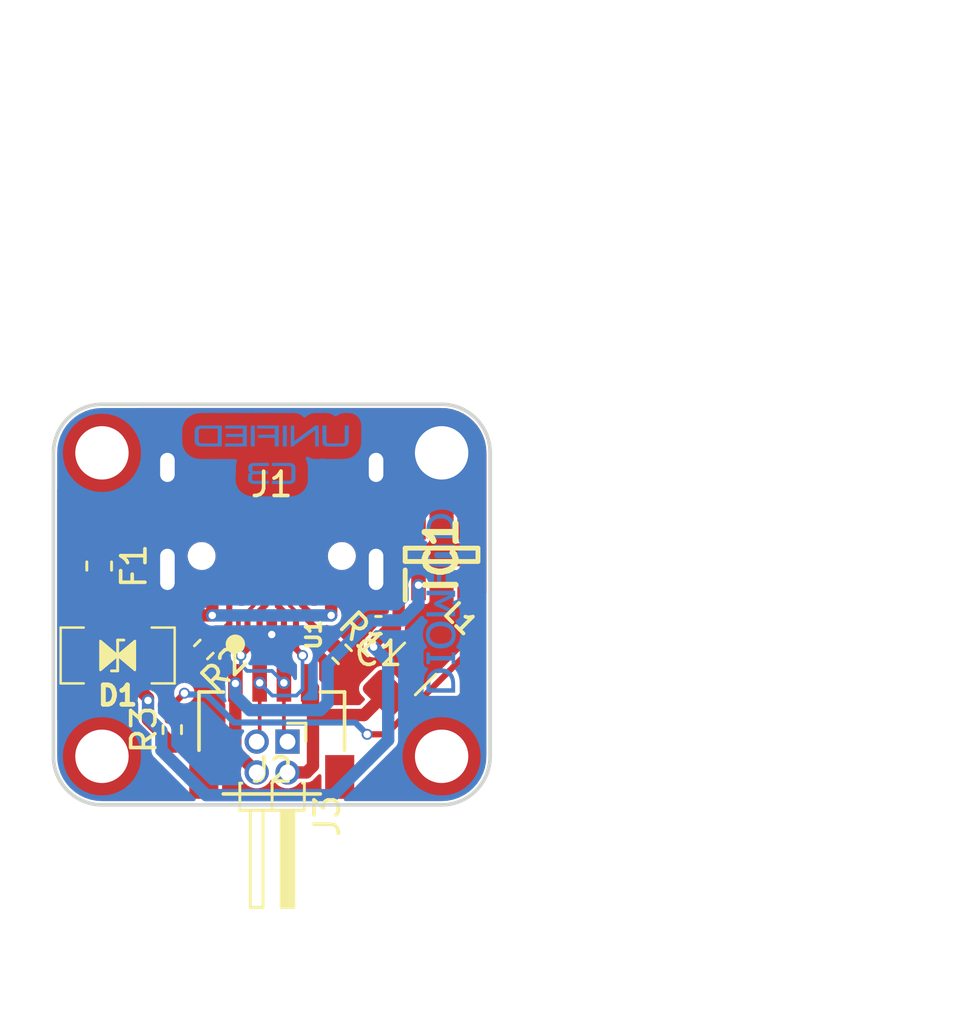
<source format=kicad_pcb>
(kicad_pcb (version 20211014) (generator pcbnew)
  (title_block (title "Unified Daughterboard") (date "2020-03-22") (rev "C3") (company "Designed by the keyboard community"))
  (layers (0 "F.Cu" signal) (31 "B.Cu" signal) (34 "B.Paste" user) (35 "F.Paste" user) (36 "B.SilkS" user "B.Silkscreen") (37 "F.SilkS" user "F.Silkscreen") (38 "B.Mask" user) (39 "F.Mask" user) (44 "Edge.Cuts" user))
  (net 0 "")
  (net 1 "GND")
  (net 2 "VCC")
  (net 3 "GNDPWR")
  (net 4 "Net-(J1-PadA5)")
  (net 5 "DA+")
  (net 6 "Net-(J1-PadB5)")
  (net 7 "Net-(IC1-Pad3)")
  (net 8 "DA-")
  (net 9 "VBUS")
  (net 13 "VCCQ")
  (footprint "acheron_Components:USON-10_2.5x1.0mm_P0.5mm" (layer "F.Cu") (at 75.0025 66.0264 90)
    (fp_text reference "U1")
    (fp_text value "TPD4E05U06DQAR")
  )
  (footprint "random-keyboard-parts:Generic-Mounthole" (layer "F.Cu") (at 82.0045 58.543)
    (fp_text reference "MH2" hide)
    (fp_text value "Mount-M2" hide)
  )
  (footprint "random-keyboard-parts:Generic-Mounthole" (layer "F.Cu") (at 68.0045 58.543)
    (fp_text reference "MH1")
    (fp_text value "Mount-M2" hide)
  )
  (footprint "acheron_Components:D_SOD-123_Bidirectional" (layer "F.Cu") (at 68.6525 66.89 180)
    (fp_text reference "D1")
    (fp_text value "SMF9.0CA")
  )
  (footprint "random-keyboard-parts:Generic-Mounthole" (layer "F.Cu") (at 82.0045 71.043)
    (fp_text reference "MH4" hide)
    (fp_text value "Mount-M2" hide)
  )
  (footprint "Resistor_SMD:R_0402_1005Metric_Pad0.72x0.64mm_HandSolder" (layer "F.Cu") (at 70.9025 69.943 90)
    (fp_text reference "R3")
    (fp_text value "100k")
  )
  (footprint "acheron_Connectors:TYPE-C-31-M-12" (layer "F.Cu") (at 75.0025 64.843 180)
    (fp_text reference "J1")
    (fp_text value "TYPE-C-31-M12_13")
  )
  (footprint "random-keyboard-parts:JST-SR-4" (layer "F.Cu") (at 75.0045 72.793)
    (fp_text reference "J2")
    (fp_text value "SM04B-SRSS-TB(LF)(SN)")
  )
  (footprint "random-keyboard-parts:Generic-Mounthole" (layer "F.Cu") (at 68.0045 71.043)
    (fp_text reference "MH3" hide)
    (fp_text value "Mount-M2" hide)
  )
  (footprint "Resistor_SMD:R_0402_1005Metric_Pad0.72x0.64mm_HandSolder" (layer "F.Cu") (at 77.9025 66.843 -45)
    (fp_text reference "R1")
    (fp_text value "5.1k")
  )
  (footprint "Connector_PinHeader_1.27mm:PinHeader_2x02_P1.27mm_Horizontal" (layer "F.Cu") (at 75.6525 70.438 -90)
    (fp_text reference "J3")
    (fp_text value "Conn_02x02_Odd_Even")
  )
  (footprint "Resistor_SMD:R_0402_1005Metric_Pad0.72x0.64mm_HandSolder" (layer "F.Cu") (at 72.2025 66.643 -135)
    (fp_text reference "R2")
    (fp_text value "5.1k")
  )
  (footprint "SamacSys_Parts:SOT95P275X110-5N" (layer "F.Cu") (at 82.0025 62.743 90)
    (fp_text reference "IC1")
    (fp_text value "NCP380LSN05AAT1G" hide)
  )
  (footprint "Fuse:Fuse_0603_1608Metric_Pad1.05x0.95mm_HandSolder" (layer "F.Cu") (at 67.8905 63.207 -90)
    (fp_text reference "F1")
    (fp_text value "ASMD1206-150")
  )
  (footprint "Capacitor_SMD:C_0402_1005Metric_Pad0.74x0.62mm_HandSolder" (layer "F.Cu") (at 79.4025 65.643 180)
    (fp_text reference "C1")
    (fp_text value "1u")
  )
  (footprint "Inductor_SMD:L_1206_3216Metric" (layer "F.Cu") (at 80.7025 67.443 45)
    (fp_text reference "L1")
    (fp_text value "60R@100MHz")
  )
  (footprint "Unified-Daughterboard-Logo:Unified-Daughterboard-Name.pretty" (layer "B.Cu") (at 75.0025 58.62 180)
    (fp_text reference "G2" hide)
    (fp_text value "Unified-Daughterboard-Name" hide)
  )
  (gr_poly (pts (xy 81.990916 61.071361) (xy 82.011406 61.072133) (xy 82.031538 61.07342) (xy 82.051314 61.075222) (xy 82.070732 61.077538) (xy 82.089792 61.080369) (xy 82.108496 61.083715) (xy 82.126842 61.087575) (xy 82.144831 61.09195) (xy 82.162462 61.096841) (xy 82.179736 61.102245) (xy 82.196653 61.108165) (xy 82.213213 61.114599) (xy 82.229415 61.121548) (xy 82.24526 61.129012) (xy 82.260748 61.136991) (xy 82.275866 61.14543) (xy 82.290603 61.154275) (xy 82.304958 61.163525) (xy 82.318932 61.173181) (xy 82.332524 61.183243) (xy 82.345734 61.19371) (xy 82.358564 61.204584) (xy 82.371011 61.215863) (xy 82.383077 61.227547) (xy 82.394762 61.239638) (xy 82.406065 61.252134) (xy 82.416987 61.265036) (xy 82.427527 61.278343) (xy 82.437686 61.292057) (xy 82.447463 61.306176) (xy 82.456859 61.320701) (xy 82.462115 61.329445) (xy 82.467227 61.338432) (xy 82.477013 61.357133) (xy 82.486218 61.376802) (xy 82.494842 61.39744) (xy 82.502884 61.419047) (xy 82.510345 61.441623) (xy 82.517225 61.465168) (xy 82.523523 61.489682) (xy 82.529337 61.515577) (xy 82.534375 61.543651) (xy 82.538638 61.573906) (xy 82.542126 61.606341) (xy 82.544839 61.640956) (xy 82.546777 61.677751) (xy 82.547939 61.716727) (xy 82.548327 61.757882) (xy 82.548327 62.046237) (xy 81.394138 62.046237) (xy 81.394138 61.892759) (xy 81.525909 61.892759) (xy 82.41655 61.892759) (xy 82.41655 61.748582) (xy 82.416308 61.722311) (xy 82.415581 61.696986) (xy 82.41437 61.672605) (xy 82.412675 61.649169) (xy 82.410495 61.626678) (xy 82.40783 61.605131) (xy 82.404681 61.584529) (xy 82.401048 61.564872) (xy 82.399114 61.555313) (xy 82.396991 61.545821) (xy 82.394681 61.536395) (xy 82.392183 61.527036) (xy 82.389498 61.517743) (xy 82.386624 61.508517) (xy 82.383563 61.499358) (xy 82.380314 61.490265) (xy 82.376877 61.481239) (xy 82.373253 61.47228) (xy 82.36944 61.463387) (xy 82.36544 61.45456) (xy 82.361253 61.445801) (xy 82.356877 61.437107) (xy 82.352314 61.428481) (xy 82.347563 61.419921) (xy 82.340723 61.408379) (xy 82.333574 61.3972) (xy 82.326116 61.386384) (xy 82.318349 61.375931) (xy 82.310274 61.365842) (xy 82.30189 61.356117) (xy 82.293196 61.346754) (xy 82.284194 61.337755) (xy 82.274884 61.32912) (xy 82.265264 61.320847) (xy 82.255335 61.312938) (xy 82.245098 61.305393) (xy 82.234552 61.298211) (xy 82.223697 61.291392) (xy 82.212533 61.284936) (xy 82.20106 61.278844) (xy 82.189267 61.273118) (xy 82.17714 61.267762) (xy 82.16468 61.262775) (xy 82.151888 61.258157) (xy 82.138762 61.253909) (xy 82.125303 61.25003) (xy 82.111511 61.246521) (xy 82.097386 61.243381) (xy 82.082927 61.24061) (xy 82.068136 61.238209) (xy 82.053012 61.236177) (xy 82.037554 61.234515) (xy 82.021764 61.233222) (xy 82.00564 61.232298) (xy 81.989184 61.231744) (xy 81.972394 61.231559) (xy 81.972394 61.23156) (xy 81.95571 61.23173) (xy 81.939378 61.232239) (xy 81.923397 61.233086) (xy 81.907767 61.234273) (xy 81.892488 61.2358) (xy 81.87756 61.237665) (xy 81.862984 61.239869) (xy 81.848759 61.242413) (xy 81.834885 61.245295) (xy 81.821363 61.248517) (xy 81.808191 61.252078) (xy 81.795371 61.255978) (xy 81.782902 61.260217) (xy 81.770784 61.264795) (xy 81.759018 61.269712) (xy 81.747602 61.274969) (xy 81.736499 61.280468) (xy 81.725668 61.286305) (xy 81.71511 61.292482) (xy 81.704824 61.298998) (xy 81.694811 61.305853) (xy 81.68507 61.313048) (xy 81.675602 61.320581) (xy 81.666406 61.328453) (xy 81.657483 61.336665) (xy 81.648832 61.345216) (xy 81.640453 61.354106) (xy 81.632348 61.363335) (xy 81.624514 61.372903) (xy 81.616953 61.382811) (xy 81.609665 61.393057) (xy 81.602649 61.403643) (xy 81.597235 61.412321) (xy 81.592039 61.421108) (xy 81.587061 61.430004) (xy 81.582302 61.439009) (xy 81.57776 61.448122) (xy 81.573436 61.457345) (xy 81.56933 61.466677) (xy 81.565442 61.476118) (xy 81.561772 61.485668) (xy 81.55832 61.495327) (xy 81.555086 61.505095) (xy 81.55207 61.514972) (xy 81.549273 61.524958) (xy 81.546693 61.535053) (xy 81.544331 61.545257) (xy 81.542187 61.55557) (xy 81.538373 61.57656) (xy 81.535066 61.598445) (xy 81.532268 61.621228) (xy 81.529979 61.644906) (xy 81.528199 61.669481) (xy 81.526927 61.694951) (xy 81.526164 61.721318) (xy 81.525909 61.748582) (xy 81.525909 61.892759) (xy 81.394138 61.892759) (xy 81.394138 61.754782) (xy 81.394477 61.716025) (xy 81.395494 61.679206) (xy 81.39719 61.644325) (xy 81.399564 61.611381) (xy 81.402616 61.580376) (xy 81.406347 61.551308) (xy 81.410755 61.524178) (xy 81.415842 61.498986) (xy 81.418661 61.48685) (xy 81.421692 61.474859) (xy 81.424934 61.463014) (xy 81.428389 61.451314) (xy 81.432056 61.439759) (xy 81.435934 61.42835) (xy 81.440025 61.417086) (xy 81.444328 61.405968) (xy 81.448842 61.394994) (xy 81.453569 61.384167) (xy 81.458507 61.373484) (xy 81.463658 61.362947) (xy 81.46902 61.352555) (xy 81.474595 61.342309) (xy 81.480381 61.332208) (xy 81.486379 61.322252) (xy 81.49542 61.308188) (xy 81.50491 61.29448) (xy 81.514847 61.28113) (xy 81.525233 61.268137) (xy 81.536066 61.255502) (xy 81.547348 61.243224) (xy 81.559078 61.231303) (xy 81.571257 61.219739) (xy 81.583883 61.208533) (xy 81.596958 61.197683) (xy 81.61048 61.187192) (xy 81.624451 61.177057) (xy 81.63887 61.16728) (xy 81.653737 61.15786) (xy 81.669052 61.148798) (xy 81.684815 61.140092) (xy 81.700918 61.131739) (xy 81.71725 61.123924) (xy 81.733813 61.116648) (xy 81.750605 61.109911) (xy 81.767628 61.103713) (xy 81.784881 61.098054) (xy 81.802364 61.092934) (xy 81.820077 61.088353) (xy 81.838021 61.084311) (xy 81.856194 61.080807) (xy 81.874598 61.077843) (xy 81.893232 61.075418) (xy 81.912096 61.073532) (xy 81.93119 61.072184) (xy 81.950514 61.071376) (xy 81.970068 61.071106) (xy 81.970068 61.071104)) (layer "B.Cu") (width 0.03) (fill solid))
  (gr_poly (pts (xy 82.548322 62.492708) (xy 81.846042 62.492708) (xy 81.825344 62.492914) (xy 81.805493 62.493532) (xy 81.78649 62.494562) (xy 81.768334 62.496004) (xy 81.751027 62.497859) (xy 81.734567 62.500125) (xy 81.718955 62.502803) (xy 81.70419 62.505893) (xy 81.697166 62.507513) (xy 81.690238 62.509272) (xy 81.683407 62.511171) (xy 81.676673 62.513209) (xy 81.670036 62.515386) (xy 81.663496 62.517702) (xy 81.657053 62.520158) (xy 81.650706 62.522753) (xy 81.644456 62.525487) (xy 81.638304 62.52836) (xy 81.632248 62.531373) (xy 81.626289 62.534525) (xy 81.620427 62.537816) (xy 81.614662 62.541247) (xy 81.608994 62.544817) (xy 81.603423 62.548526) (xy 81.597128 62.552977) (xy 81.591033 62.55761) (xy 81.585137 62.562424) (xy 81.579442 62.56742) (xy 81.573946 62.572598) (xy 81.56865 62.577957) (xy 81.563555 62.583498) (xy 81.558658 62.589221) (xy 81.553962 62.595125) (xy 81.549466 62.601211) (xy 81.545169 62.607479) (xy 81.541072 62.613929) (xy 81.537175 62.62056) (xy 81.533478 62.627373) (xy 81.529981 62.634367) (xy 81.526683 62.641543) (xy 81.523679 62.648907) (xy 81.520869 62.656465) (xy 81.518253 62.664217) (xy 81.515831 62.672162) (xy 81.513602 62.680301) (xy 81.511567 62.688634) (xy 81.509726 62.69716) (xy 81.508079 62.705881) (xy 81.506625 62.714795) (xy 81.505365 62.723903) (xy 81.504299 62.733205) (xy 81.503427 62.7427) (xy 81.502749 62.75239) (xy 81.502264 62.762273) (xy 81.501877 62.78262) (xy 81.501977 62.7928) (xy 81.502276 62.802798) (xy 81.502776 62.812614) (xy 81.503475 62.822249) (xy 81.504375 62.831702) (xy 81.505474 62.840973) (xy 81.506773 62.850063) (xy 81.508271 62.858971) (xy 81.50997 62.867697) (xy 81.511869 62.876242) (xy 81.513967 62.884605) (xy 81.516265 62.892786) (xy 81.518763 62.900786) (xy 81.521461 62.908604) (xy 81.524359 62.916241) (xy 81.527457 62.923695) (xy 81.530751 62.930868) (xy 81.534239 62.937854) (xy 81.537921 62.944652) (xy 81.541797 62.951262) (xy 81.545867 62.957684) (xy 81.55013 62.963918) (xy 81.554587 62.969965) (xy 81.559238 62.975824) (xy 81.564083 62.981496) (xy 81.569121 62.986979) (xy 81.574353 62.992275) (xy 81.579779 62.997383) (xy 81.585399 63.002304) (xy 81.591212 63.007036) (xy 81.597219 63.011581) (xy 81.60342 63.015938) (xy 81.608983 63.01965) (xy 81.614624 63.023228) (xy 81.620344 63.026673) (xy 81.626143 63.029985) (xy 81.63202 63.033164) (xy 81.637976 63.03621) (xy 81.644011 63.039123) (xy 81.650124 63.041902) (xy 81.656316 63.044549) (xy 81.662587 63.047062) (xy 81.668937 63.049442) (xy 81.675365 63.051689) (xy 81.681872 63.053803) (xy 81.688457 63.055784) (xy 81.695122 63.057632) (xy 81.701865 63.059347) (xy 81.716047 63.062254) (xy 81.731465 63.064774) (xy 81.748118 63.066906) (xy 81.766007 63.068651) (xy 81.785132 63.070008) (xy 81.805491 63.070977) (xy 81.827086 63.071558) (xy 81.849917 63.071752) (xy 82.548322 63.071752) (xy 82.548322 63.225231) (xy 81.857669 63.225231) (xy 81.825561 63.224807) (xy 81.794738 63.223535) (xy 81.765198 63.221416) (xy 81.736941 63.218449) (xy 81.709969 63.214633) (xy 81.68428 63.20997) (xy 81.671917 63.207321) (xy 81.659876 63.204459) (xy 81.648155 63.201386) (xy 81.636755 63.1981) (xy 81.625618 63.194476) (xy 81.614687 63.19058) (xy 81.603962 63.18641) (xy 81.593444 63.181968) (xy 81.583131 63.177254) (xy 81.573023 63.172267) (xy 81.563122 63.167008) (xy 81.553427 63.161476) (xy 81.543937 63.155671) (xy 81.534654 63.149594) (xy 81.525576 63.143245) (xy 81.516704 63.136623) (xy 81.508038 63.129728) (xy 81.499578 63.122561) (xy 81.491324 63.115122) (xy 81.483276 63.10741) (xy 81.476405 63.10043) (xy 81.469747 63.093251) (xy 81.4633 63.085872) (xy 81.457066 63.078293) (xy 81.451043 63.070515) (xy 81.445233 63.062536) (xy 81.439634 63.054358) (xy 81.434248 63.04598) (xy 81.429073 63.037402) (xy 81.42411 63.028624) (xy 81.41936 63.019646) (xy 81.414821 63.010469) (xy 81.410494 63.001091) (xy 81.40638 62.991514) (xy 81.402477 62.981737) (xy 81.398786 62.97176) (xy 81.395313 62.961574) (xy 81.392065 62.95117) (xy 81.38904 62.940548) (xy 81.386239 62.929708) (xy 81.38131 62.907374) (xy 81.377277 62.884168) (xy 81.37414 62.86009) (xy 81.3719 62.835141) (xy 81.370555 62.809319) (xy 81.370107 62.782625) (xy 81.370531 62.756488) (xy 81.371803 62.731175) (xy 81.373922 62.706685) (xy 81.3753 62.694749) (xy 81.37689 62.683019) (xy 81.378691 62.671495) (xy 81.380705 62.660176) (xy 81.38293 62.649064) (xy 81.385368 62.638157) (xy 81.388017 62.627457) (xy 81.390878 62.616962) (xy 81.393951 62.606674) (xy 81.397237 62.596591) (xy 81.400752 62.58669) (xy 81.404516 62.576946) (xy 81.408528 62.567359) (xy 81.412788 62.55793) (xy 81.417296 62.548659) (xy 81.422053 62.539544) (xy 81.427058 62.530588) (xy 81.432312 62.521789) (xy 81.437814 62.513147) (xy 81.443564 62.504663) (xy 81.449562 62.496336) (xy 81.455809 62.488166) (xy 81.462304 62.480155) (xy 81.469047 62.4723) (xy 81.476038 62.464603) (xy 81.483278 62.457064) (xy 81.49115 62.449355) (xy 81.499265 62.441924) (xy 81.507622 62.434773) (xy 81.516221 62.427899) (xy 81.525063 62.421305) (xy 81.534147 62.414989) (xy 81.543473 62.408951) (xy 81.553041 62.403192) (xy 81.562851 62.397711) (xy 81.572904 62.392509) (xy 81.583199 62.387586) (xy 81.593736 62.382941) (xy 81.604515 62.378575) (xy 81.615537 62.374487) (xy 81.6268 62.370678) (xy 81.638306 62.367147) (xy 81.662251 62.360607) (xy 81.687189 62.354938) (xy 81.71312 62.350142) (xy 81.740044 62.346217) (xy 81.767962 62.343165) (xy 81.796872 62.340985) (xy 81.826775 62.339677) (xy 81.857671 62.339241) (xy 82.548322 62.339229)) (layer "B.Cu") (width 0.03) (fill solid))
  (gr_poly (pts (xy 82.548325 64.452284) (xy 81.90573 64.749938) (xy 82.548325 65.057672) (xy 82.548325 65.266961) (xy 81.394135 65.266961) (xy 81.394135 65.123557) (xy 82.388645 65.123557) (xy 81.711945 64.804972) (xy 81.711945 64.713507) (xy 82.388645 64.392598) (xy 81.394135 64.392598) (xy 81.394135 64.239119) (xy 82.548325 64.239119)) (layer "B.Cu") (width 0.03) (fill solid))
  (gr_poly (pts (xy 81.96929 63.965492) (xy 81.82899 63.965492) (xy 81.82899 63.481804) (xy 81.96929 63.481804)) (layer "B.Cu") (width 0.03) (fill solid))
  (gr_poly (pts (xy 82.006026 65.510948) (xy 82.040266 65.512728) (xy 82.07356 65.515696) (xy 82.089854 65.517624) (xy 82.105911 65.51985) (xy 82.121731 65.522372) (xy 82.137316 65.525191) (xy 82.152664 65.528307) (xy 82.167777 65.53172) (xy 82.182653 65.535429) (xy 82.197293 65.539435) (xy 82.211697 65.543738) (xy 82.225864 65.548337) (xy 82.239778 65.553118) (xy 82.253419 65.558159) (xy 82.266787 65.563461) (xy 82.279883 65.569023) (xy 82.292706 65.574846) (xy 82.305257 65.580929) (xy 82.317535 65.587273) (xy 82.329541 65.593877) (xy 82.341274 65.600741) (xy 82.352734 65.607866) (xy 82.363923 65.615251) (xy 82.374838 65.622897) (xy 82.385481 65.630803) (xy 82.395851 65.638969) (xy 82.405949 65.647396) (xy 82.415775 65.656083) (xy 82.415772 65.656083) (xy 82.425034 65.664825) (xy 82.434024 65.673803) (xy 82.442741 65.683017) (xy 82.451186 65.692468) (xy 82.459358 65.702154) (xy 82.467258 65.712077) (xy 82.474885 65.722235) (xy 82.48224 65.73263) (xy 82.489322 65.743261) (xy 82.496132 65.754129) (xy 82.502669 65.765232) (xy 82.508934 65.776571) (xy 82.514926 65.788147) (xy 82.520646 65.799959) (xy 82.526093 65.812007) (xy 82.531268 65.824291) (xy 82.536243 65.836696) (xy 82.540898 65.849301) (xy 82.545231 65.862106) (xy 82.549243 65.87511) (xy 82.552934 65.888315) (xy 82.556304 65.90172) (xy 82.559354 65.915324) (xy 82.562082 65.929129) (xy 82.564489 65.943133) (xy 82.566575 65.957337) (xy 82.568341 65.971741) (xy 82.569785 65.986344) (xy 82.570908 66.001148) (xy 82.571711 66.016151) (xy 82.572192 66.031354) (xy 82.572353 66.046757) (xy 82.572195 66.061609) (xy 82.571723 66.076322) (xy 82.570936 66.090895) (xy 82.569833 66.105329) (xy 82.568416 66.119623) (xy 82.566684 66.133779) (xy 82.564638 66.147795) (xy 82.562276 66.161672) (xy 82.559599 66.175409) (xy 82.556607 66.189007) (xy 82.553301 66.202467) (xy 82.549679 66.215786) (xy 82.545743 66.228967) (xy 82.541492 66.242008) (xy 82.536925 66.254911) (xy 82.532044 66.267674) (xy 82.526866 66.280142) (xy 82.52141 66.292356) (xy 82.515675 66.304316) (xy 82.509661 66.316022) (xy 82.503369 66.327473) (xy 82.496799 66.33867) (xy 82.489949 66.349613) (xy 82.482822 66.360302) (xy 82.475415 66.370736) (xy 82.467731 66.380915) (xy 82.459767 66.390841) (xy 82.451525 66.400512) (xy 82.443005 66.409929) (xy 82.434206 66.419091) (xy 82.425128 66.427999) (xy 82.415772 66.436653) (xy 82.405665 66.445434) (xy 82.395304 66.453948) (xy 82.384688 66.462196) (xy 82.373818 66.470178) (xy 82.362693 66.477893) (xy 82.351314 66.485342) (xy 82.339681 66.492524) (xy 82.327794 66.49944) (xy 82.315652 66.506089) (xy 82.303256 66.512472) (xy 82.290605 66.518589) (xy 82.2777 66.524439) (xy 82.264541 66.530022) (xy 82.251127 66.535339) (xy 82.237459 66.54039) (xy 82.223537 66.545175) (xy 82.195171 66.553895) (xy 82.165885 66.561452) (xy 82.135679 66.567847) (xy 82.104552 66.57308) (xy 82.072504 66.577149) (xy 82.039536 66.580056) (xy 82.005648 66.5818) (xy 81.97084 66.582382) (xy 81.935486 66.5818) (xy 81.901125 66.580056) (xy 81.867757 66.577149) (xy 81.851446 66.57526) (xy 81.835383 66.57308) (xy 81.819568 66.570609) (xy 81.804002 66.567847) (xy 81.788684 66.564795) (xy 81.773614 66.561452) (xy 81.758792 66.557819) (xy 81.744219 66.553895) (xy 81.729894 66.54968) (xy 81.715817 66.545175) (xy 81.702001 66.540302) (xy 81.688457 66.535182) (xy 81.675186 66.529813) (xy 81.662187 66.524196) (xy 81.64946 66.518331) (xy 81.637007 66.512218) (xy 81.624825 66.505856) (xy 81.612917 66.499246) (xy 81.60128 66.492388) (xy 81.589916 66.485281) (xy 81.578825 66.477927) (xy 81.568006 66.470324) (xy 81.55746 66.462472) (xy 81.547187 66.454373) (xy 81.537185 66.446025) (xy 81.527457 66.437428) (xy 81.518007 66.428593) (xy 81.508842 66.419528) (xy 81.499961 66.410232) (xy 81.491365 66.400706) (xy 81.483054 66.39095) (xy 81.475027 66.380964) (xy 81.467285 66.370748) (xy 81.459827 66.360302) (xy 81.452654 66.349626) (xy 81.445766 66.338719) (xy 81.439162 66.327583) (xy 81.432842 66.316216) (xy 81.426808 66.304619) (xy 81.421058 66.292792) (xy 81.415592 66.280735) (xy 81.410411 66.268447) (xy 81.40553 66.255863) (xy 81.400964 66.243109) (xy 81.396713 66.230186) (xy 81.392777 66.217093) (xy 81.389156 66.203831) (xy 81.38585 66.190399) (xy 81.382858 66.176798) (xy 81.380181 66.163027) (xy 81.37782 66.149086) (xy 81.375773 66.134976) (xy 81.374041 66.120697) (xy 81.372624 66.106248) (xy 81.371522 66.091629) (xy 81.370735 66.076841) (xy 81.370262 66.061884) (xy 81.370105 66.046757) (xy 81.370113 66.045979) (xy 81.502655 66.045979) (xy 81.503124 66.067216) (xy 81.504532 66.087909) (xy 81.506879 66.108056) (xy 81.510164 66.127659) (xy 81.514388 66.146717) (xy 81.519551 66.165229) (xy 81.525652 66.183197) (xy 81.532692 66.20062) (xy 81.540671 66.217497) (xy 81.549588 66.23383) (xy 81.559444 66.249618) (xy 81.570238 66.26486) (xy 81.581971 66.279558) (xy 81.594643 66.29371) (xy 81.608253 66.307318) (xy 81.622802 66.320381) (xy 81.638332 66.332771) (xy 81.654692 66.344361) (xy 81.671881 66.355153) (xy 81.6899 66.365145) (xy 81.708749 66.374337) (xy 81.728427 66.382731) (xy 81.748935 66.390325) (xy 81.770273 66.39712) (xy 81.79244 66.403115) (xy 81.815437 66.408311) (xy 81.839264 66.412708) (xy 81.86392 66.416305) (xy 81.889406 66.419103) (xy 81.915722 66.421101) (xy 81.942867 66.4223) (xy 81.970842 66.4227) (xy 81.998538 66.422309) (xy 82.025429 66.421138) (xy 82.051514 66.419184) (xy 82.076794 66.41645) (xy 82.101269 66.412935) (xy 82.124938 66.408638) (xy 82.147802 66.40356) (xy 82.16986 66.397701) (xy 82.191113 66.391061) (xy 82.211561 66.383639) (xy 82.231203 66.375437) (xy 82.25004 66.366453) (xy 82.268071 66.356688) (xy 82.285297 66.346142) (xy 82.301717 66.334815) (xy 82.317332 66.322706) (xy 82.332163 66.309816) (xy 82.346037 66.296338) (xy 82.358954 66.282274) (xy 82.370914 66.267621) (xy 82.381918 66.252382) (xy 82.391964 66.236555) (xy 82.401054 66.220141) (xy 82.409187 66.203139) (xy 82.416363 66.18555) (xy 82.422582 66.167374) (xy 82.427845 66.14861) (xy 82.43215 66.129259) (xy 82.435499 66.10932) (xy 82.437891 66.088794) (xy 82.439326 66.06768) (xy 82.439805 66.045979) (xy 82.439326 66.024465) (xy 82.437891 66.003527) (xy 82.435499 65.983165) (xy 82.43215 65.963377) (xy 82.427845 65.944165) (xy 82.422582 65.925529) (xy 82.416363 65.907467) (xy 82.409187 65.889981) (xy 82.401054 65.87307) (xy 82.391964 65.856735) (xy 82.381918 65.840975) (xy 82.370914 65.82579) (xy 82.358954 65.81118) (xy 82.346037 65.797146) (xy 82.332163 65.783687) (xy 82.317332 65.770803) (xy 82.301717 65.758601) (xy 82.285297 65.747186) (xy 82.268071 65.736558) (xy 82.25004 65.726717) (xy 82.231203 65.717664) (xy 82.211561 65.709398) (xy 82.191113 65.701919) (xy 82.16986 65.695227) (xy 82.147802 65.689323) (xy 82.124938 65.684206) (xy 82.101269 65.679876) (xy 82.076794 65.676334) (xy 82.051514 65.673578) (xy 82.025429 65.67161) (xy 81.998538 65.670429) (xy 81.970842 65.670036) (xy 81.970842 65.670033) (xy 81.942867 65.670433) (xy 81.915722 65.671632) (xy 81.889406 65.673631) (xy 81.86392 65.676428) (xy 81.839264 65.680025) (xy 81.815437 65.684422) (xy 81.79244 65.689618) (xy 81.770273 65.695613) (xy 81.748935 65.702408) (xy 81.728427 65.710002) (xy 81.708749 65.718395) (xy 81.6899 65.727588) (xy 81.671881 65.73758) (xy 81.654692 65.748372) (xy 81.638332 65.759962) (xy 81.622802 65.772353) (xy 81.608253 65.785321) (xy 81.594643 65.798841) (xy 81.581971 65.812912) (xy 81.570238 65.827534) (xy 81.559444 65.842707) (xy 81.549588 65.858431) (xy 81.540671 65.874706) (xy 81.532692 65.891532) (xy 81.525652 65.908909) (xy 81.519551 65.926837) (xy 81.514388 65.945317) (xy 81.510164 65.964347) (xy 81.506879 65.983928) (xy 81.504532 66.004061) (xy 81.503124 66.024744) (xy 81.502655 66.045979) (xy 81.370113 66.045979) (xy 81.370259 66.031266) (xy 81.370723 66.015993) (xy 81.371495 66.000938) (xy 81.372576 65.986101) (xy 81.373965 65.971482) (xy 81.375664 65.957081) (xy 81.377671 65.942898) (xy 81.379988 65.928933) (xy 81.382613 65.915187) (xy 81.385547 65.901658) (xy 81.38879 65.888347) (xy 81.392342 65.875255) (xy 81.396202 65.86238) (xy 81.400372 65.849723) (xy 81.40485 65.837285) (xy 81.409637 65.825064) (xy 81.414731 65.812959) (xy 81.420126 65.80106) (xy 81.425825 65.789366) (xy 81.431826 65.777878) (xy 81.438131 65.766597) (xy 81.444737 65.755521) (xy 81.451647 65.744651) (xy 81.45886 65.733986) (xy 81.466375 65.723528) (xy 81.474193 65.713275) (xy 81.482314 65.703229) (xy 81.490737 65.693388) (xy 81.499463 65.683753) (xy 81.508492 65.674324) (xy 81.517824 65.6651) (xy 81.527459 65.656083) (xy 81.537003 65.647581) (xy 81.546837 65.639321) (xy 81.556962 65.631303) (xy 81.567378 65.623527) (xy 81.578085 65.615994) (xy 81.589082 65.608702) (xy 81.60037 65.601653) (xy 81.611949 65.594847) (xy 81.623818 65.588282) (xy 81.635978 65.58196) (xy 81.648429 65.57588) (xy 81.661171 65.570042) (xy 81.674203 65.564446) (xy 81.687526 65.559093) (xy 81.701139 65.553982) (xy 81.715044 65.549113) (xy 81.743796 65.540029) (xy 81.77347 65.532156) (xy 81.804064 65.525495) (xy 81.835579 65.520044) (xy 81.868014 65.515805) (xy 81.901369 65.512777) (xy 81.935645 65.51096) (xy 81.970842 65.510354)) (layer "B.Cu") (width 0.03) (fill solid))
  (gr_poly (pts (xy 81.990916 67.432969) (xy 82.011406 67.433741) (xy 82.031538 67.435028) (xy 82.051314 67.43683) (xy 82.070732 67.439146) (xy 82.089792 67.441977) (xy 82.108496 67.445323) (xy 82.126842 67.449183) (xy 82.144831 67.453559) (xy 82.162462 67.458449) (xy 82.179736 67.463854) (xy 82.196653 67.469773) (xy 82.213213 67.476208) (xy 82.229415 67.483157) (xy 82.24526 67.490621) (xy 82.260748 67.4986) (xy 82.275866 67.507039) (xy 82.290603 67.515884) (xy 82.304958 67.525134) (xy 82.318932 67.53479) (xy 82.332524 67.544852) (xy 82.345734 67.555319) (xy 82.358564 67.566192) (xy 82.371011 67.577471) (xy 82.383077 67.589156) (xy 82.394762 67.601247) (xy 82.406065 67.613743) (xy 82.416987 67.626645) (xy 82.427527 67.639953) (xy 82.437686 67.653666) (xy 82.447463 67.667785) (xy 82.456859 67.68231) (xy 82.462115 67.691054) (xy 82.467227 67.700041) (xy 82.477013 67.718741) (xy 82.486218 67.73841) (xy 82.494842 67.759048) (xy 82.502884 67.780655) (xy 82.510345 67.80323) (xy 82.517225 67.826775) (xy 82.523523 67.851289) (xy 82.529337 67.877184) (xy 82.534375 67.905259) (xy 82.538638 67.935514) (xy 82.542126 67.96795) (xy 82.544839 68.002565) (xy 82.546777 68.03936) (xy 82.547939 68.078335) (xy 82.548327 68.11949) (xy 82.548327 68.407842) (xy 81.394138 68.407842) (xy 81.394138 68.254366) (xy 81.525909 68.254366) (xy 82.41655 68.254366) (xy 82.41655 68.110189) (xy 82.416308 68.083919) (xy 82.415581 68.058593) (xy 82.41437 68.034212) (xy 82.412675 68.010776) (xy 82.410495 67.988285) (xy 82.40783 67.966738) (xy 82.404681 67.946136) (xy 82.401048 67.926479) (xy 82.399114 67.91692) (xy 82.396991 67.907427) (xy 82.394681 67.898001) (xy 82.392183 67.888642) (xy 82.389498 67.879349) (xy 82.386624 67.870123) (xy 82.383563 67.860964) (xy 82.380314 67.851871) (xy 82.376877 67.842845) (xy 82.373253 67.833885) (xy 82.36944 67.824992) (xy 82.36544 67.816166) (xy 82.361253 67.807406) (xy 82.356877 67.798712) (xy 82.352314 67.790086) (xy 82.347563 67.781526) (xy 82.340723 67.769984) (xy 82.333574 67.758805) (xy 82.326116 67.74799) (xy 82.318349 67.737537) (xy 82.310274 67.727449) (xy 82.30189 67.717723) (xy 82.293196 67.708361) (xy 82.284194 67.699362) (xy 82.274884 67.690727) (xy 82.265264 67.682455) (xy 82.255335 67.674546) (xy 82.245098 67.667) (xy 82.234552 67.659818) (xy 82.223697 67.652999) (xy 82.212533 67.646544) (xy 82.20106 67.640452) (xy 82.189267 67.634726) (xy 82.17714 67.629369) (xy 82.16468 67.624382) (xy 82.151888 67.619765) (xy 82.138762 67.615516) (xy 82.125303 67.611638) (xy 82.111511 67.608128) (xy 82.097386 67.604988) (xy 82.082927 67.602218) (xy 82.068136 67.599817) (xy 82.053012 67.597785) (xy 82.037554 67.596123) (xy 82.021764 67.59483) (xy 82.00564 67.593906) (xy 81.989184 67.593352) (xy 81.972394 67.593167) (xy 81.95571 67.593337) (xy 81.939378 67.593846) (xy 81.923397 67.594693) (xy 81.907767 67.59588) (xy 81.892488 67.597406) (xy 81.87756 67.599272) (xy 81.862984 67.601476) (xy 81.848759 67.604019) (xy 81.834885 67.606902) (xy 81.821363 67.610124) (xy 81.808191 67.613684) (xy 81.795371 67.617584) (xy 81.782902 67.621823) (xy 81.770784 67.626401) (xy 81.759018 67.631319) (xy 81.747602 67.636575) (xy 81.736499 67.642074) (xy 81.725668 67.647911) (xy 81.71511 67.654089) (xy 81.704824 67.660605) (xy 81.694811 67.66746) (xy 81.68507 67.674655) (xy 81.675602 67.682188) (xy 81.666406 67.690061) (xy 81.657483 67.698273) (xy 81.648832 67.706823) (xy 81.640453 67.715713) (xy 81.632348 67.724943) (xy 81.624514 67.734511) (xy 81.616953 67.744418) (xy 81.609665 67.754664) (xy 81.602649 67.76525) (xy 81.597235 67.773928) (xy 81.592039 67.782715) (xy 81.587061 67.791612) (xy 81.582302 67.800617) (xy 81.57776 67.809731) (xy 81.573436 67.818954) (xy 81.56933 67.828286) (xy 81.565442 67.837727) (xy 81.561772 67.847277) (xy 81.55832 67.856936) (xy 81.555086 67.866704) (xy 81.55207 67.876581) (xy 81.549273 67.886567) (xy 81.546693 67.896662) (xy 81.544331 67.906866) (xy 81.542187 67.917179) (xy 81.538373 67.938168) (xy 81.535066 67.960054) (xy 81.532268 67.982836) (xy 81.529979 68.006514) (xy 81.528199 68.031088) (xy 81.526927 68.056558) (xy 81.526164 68.082925) (xy 81.525909 68.110189) (xy 81.525909 68.254366) (xy 81.394138 68.254366) (xy 81.394138 68.116389) (xy 81.394477 68.077632) (xy 81.395494 68.040813) (xy 81.39719 68.005932) (xy 81.399564 67.972988) (xy 81.402616 67.941983) (xy 81.406347 67.912915) (xy 81.410755 67.885785) (xy 81.415842 67.860593) (xy 81.418661 67.848457) (xy 81.421692 67.836466) (xy 81.424934 67.824621) (xy 81.428389 67.812921) (xy 81.432056 67.801367) (xy 81.435934 67.789957) (xy 81.440025 67.778694) (xy 81.444328 67.767575) (xy 81.448842 67.756602) (xy 81.453569 67.745774) (xy 81.458507 67.735091) (xy 81.463658 67.724554) (xy 81.46902 67.714163) (xy 81.474595 67.703916) (xy 81.480381 67.693815) (xy 81.486379 67.683859) (xy 81.49542 67.669795) (xy 81.50491 67.656088) (xy 81.514847 67.642738) (xy 81.525233 67.629745) (xy 81.536066 67.617109) (xy 81.547348 67.604831) (xy 81.559078 67.59291) (xy 81.571257 67.581347) (xy 81.583883 67.57014) (xy 81.596958 67.559291) (xy 81.61048 67.548799) (xy 81.624451 67.538665) (xy 81.63887 67.528888) (xy 81.653737 67.519468) (xy 81.669052 67.510405) (xy 81.684815 67.501699) (xy 81.700918 67.493345) (xy 81.71725 67.48553) (xy 81.733813 67.478254) (xy 81.750605 67.471517) (xy 81.767628 67.465319) (xy 81.784881 67.45966) (xy 81.802364 67.45454) (xy 81.820077 67.449959) (xy 81.838021 67.445917) (xy 81.856194 67.442413) (xy 81.874598 67.439449) (xy 81.893232 67.437024) (xy 81.912096 67.435137) (xy 81.93119 67.43379) (xy 81.950514 67.432981) (xy 81.970068 67.432712)) (layer "B.Cu") (width 0.03) (fill solid))
  (gr_poly (pts (xy 81.511957 66.928868) (xy 82.430503 66.928868) (xy 82.430503 66.777714) (xy 82.548325 66.777714) (xy 82.548325 67.2335) (xy 82.430503 67.2335) (xy 82.430503 67.082347) (xy 81.511957 67.082347) (xy 81.511957 67.2335) (xy 81.394135 67.2335) (xy 81.394135 66.777714) (xy 81.511957 66.777714)) (layer "B.Cu") (width 0.03) (fill solid))
  (gr_arc (start 82.0045 56.543) (mid 83.418714 57.128786) (end 84.0045 58.543) (layer "Edge.Cuts") (width 0.15))
  (gr_line (start 82.0045 73.043) (end 68.0045 73.043) (layer "Edge.Cuts") (width 0.15))
  (gr_arc (start 68.0045 73.043) (mid 66.590286 72.457214) (end 66.0045 71.043) (layer "Edge.Cuts") (width 0.15))
  (gr_line (start 66.0045 71.043) (end 66.0045 58.543) (layer "Edge.Cuts") (width 0.15))
  (gr_arc (start 66.0045 58.543) (mid 66.590286 57.128786) (end 68.0045 56.543) (layer "Edge.Cuts") (width 0.15))
  (gr_line (start 68.0045 56.543) (end 82.0045 56.543) (layer "Edge.Cuts") (width 0.15))
  (gr_line (start 84.0045 58.543) (end 84.0045 71.043) (layer "Edge.Cuts") (width 0.15))
  (gr_arc (start 84.0045 71.043) (mid 83.418714 72.457214) (end 82.0045 73.043) (layer "Edge.Cuts") (width 0.15))
  (segment (start 68.0045 71.043) (end 68.0045 70.95) (width 0.508) (layer "F.Cu") (net 0))
  (segment (start 76.5045 68.018) (end 76.5025 68.02) (width 0.508) (layer "F.Cu") (net 1))
  (segment (start 76.7025 71.443) (end 76.4375 71.708) (width 0.508) (layer "F.Cu") (net 1))
  (segment (start 77.0025 69.343) (end 78.8025 69.343) (width 0.508) (layer "F.Cu") (net 1))
  (segment (start 78.8025 69.343) (end 79.712551 68.432949) (width 0.508) (layer "F.Cu") (net 1))
  (segment (start 76.5025 68.843) (end 77.0025 69.343) (width 0.508) (layer "F.Cu") (net 1))
  (segment (start 76.5025 68.02) (end 76.5025 68.843) (width 0.508) (layer "F.Cu") (net 1))
  (segment (start 76.5045 68.018) (end 76.7025 68.216) (width 0.508) (layer "F.Cu") (net 1))
  (segment (start 76.7025 68.216) (end 76.7025 71.443) (width 0.508) (layer "F.Cu") (net 1))
  (segment (start 76.4375 71.708) (end 75.6525 71.708) (width 0.508) (layer "F.Cu") (net 1))
  (segment (start 68.074 68.2155) (end 68.596 68.2155) (width 0.508) (layer "F.Cu") (net 2))
  (segment (start 67.0025 66.89) (end 67.0025 67.511) (width 0.508) (layer "F.Cu") (net 2))
  (segment (start 67.707 68.2155) (end 68.596 68.2155) (width 0.508) (layer "F.Cu") (net 2))
  (segment (start 80.23302 65.37998) (end 80.23302 62.31248) (width 0.508) (layer "F.Cu") (net 2))
  (segment (start 69.9025 68.743) (end 69.9025 69.5405) (width 0.508) (layer "F.Cu") (net 2))
  (segment (start 68.596 68.2155) (end 69.231 68.2155) (width 0.508) (layer "F.Cu") (net 2))
  (segment (start 69.9025 69.5405) (end 70.9025 70.5405) (width 0.508) (layer "F.Cu") (net 2))
  (segment (start 79.97 65.643) (end 80.23302 65.37998) (width 0.508) (layer "F.Cu") (net 2))
  (segment (start 69.475 68.2155) (end 69.5025 68.243) (width 0.508) (layer "F.Cu") (net 2))
  (segment (start 69.231 68.2155) (end 69.475 68.2155) (width 0.508) (layer "F.Cu") (net 2))
  (segment (start 67.0025 66.89) (end 67.0025 65.495) (width 0.508) (layer "F.Cu") (net 2))
  (segment (start 69.9025 68.643) (end 69.9025 68.743) (width 0.508) (layer "F.Cu") (net 2))
  (segment (start 79.2025 66.543) (end 79.2025 66.4105) (width 0.508) (layer "F.Cu") (net 2))
  (segment (start 67.0025 65.495) (end 67.8905 64.607) (width 0.508) (layer "F.Cu") (net 2))
  (segment (start 79.2025 66.4105) (end 79.97 65.643) (width 0.508) (layer "F.Cu") (net 2))
  (segment (start 67.0025 67.511) (end 67.707 68.2155) (width 0.508) (layer "F.Cu") (net 2))
  (segment (start 80.23302 62.31248) (end 81.0525 61.493) (width 0.508) (layer "F.Cu") (net 2))
  (segment (start 67.1295 65.368) (end 67.8905 64.607) (width 0.508) (layer "F.Cu") (net 2))
  (segment (start 69.5025 68.243) (end 69.9025 68.643) (width 0.508) (layer "F.Cu") (net 2))
  (via (at 69.9025 68.743) (size 0.508) (drill 0.3048) (layers "F.Cu" "B.Cu") (net 2))
  (via (at 79.2025 66.543) (size 0.508) (drill 0.3048) (layers "F.Cu" "B.Cu") (net 2))
  (segment (start 69.9025 68.743) (end 69.9025 69.443) (width 0.508) (layer "B.Cu") (net 2))
  (segment (start 69.9025 69.443) (end 70.4525 69.993) (width 0.508) (layer "B.Cu") (net 2))
  (segment (start 77.533734 72.643) (end 79.8025 70.374234) (width 0.508) (layer "B.Cu") (net 2))
  (segment (start 70.4525 70.793) (end 72.3025 72.643) (width 0.508) (layer "B.Cu") (net 2))
  (segment (start 79.8025 67.143) (end 79.2025 66.543) (width 0.508) (layer "B.Cu") (net 2))
  (segment (start 72.3025 72.643) (end 77.533734 72.643) (width 0.508) (layer "B.Cu") (net 2))
  (segment (start 79.8025 70.374234) (end 79.8025 67.143) (width 0.508) (layer "B.Cu") (net 2))
  (segment (start 70.4525 69.993) (end 70.4525 70.793) (width 0.508) (layer "B.Cu") (net 2))
  (segment (start 79.3245 59.143) (end 79.3245 59.283) (width 0.508) (layer "F.Cu") (net 3))
  (segment (start 78.835 65.643) (end 78.835 65.6105) (width 0.508) (layer "F.Cu") (net 3))
  (via (at 75.0025 66.0264) (size 0.45) (drill 0.3048) (layers "F.Cu" "B.Cu") (net 3))
  (segment (start 76.495202 65.050299) (end 76.495202 65.435702) (width 0.254) (layer "F.Cu") (net 4))
  (segment (start 76.2545 64.238) (end 76.2545 64.389) (width 0.254) (layer "F.Cu") (net 4))
  (segment (start 76.2525 64.807597) (end 76.495202 65.050299) (width 0.254) (layer "F.Cu") (net 4))
  (segment (start 76.495202 65.435702) (end 77.480004 66.420504) (width 0.254) (layer "F.Cu") (net 4))
  (segment (start 76.2525 63.568) (end 76.2525 64.807597) (width 0.254) (layer "F.Cu") (net 4))
  (segment (start 76.2545 64.389) (end 76.231501 64.411999) (width 0.254) (layer "F.Cu") (net 4))
  (segment (start 75.2565 63.568) (end 75.2565 64.842828) (width 0.254) (layer "F.Cu") (net 5))
  (segment (start 74.0025 65.088828) (end 74.2525 64.838828) (width 0.1524) (layer "F.Cu") (net 5))
  (segment (start 75.5025 66.89) (end 75.5025 66.4114) (width 0.254) (layer "F.Cu") (net 5))
  (segment (start 75.5025 70.288) (end 75.6525 70.438) (width 0.1524) (layer "F.Cu") (net 5))
  (segment (start 75.5025 66.4114) (end 75.5025 65.088828) (width 0.1524) (layer "F.Cu") (net 5))
  (segment (start 75.5025 68.016) (end 75.5025 70.288) (width 0.1524) (layer "F.Cu") (net 5))
  (segment (start 74.0025 66.4114) (end 74.0025 66.62) (width 0.254) (layer "F.Cu") (net 5))
  (segment (start 75.5025 66.89) (end 75.5025 65.6414) (width 0.254) (layer "F.Cu") (net 5))
  (segment (start 75.5045 68.018) (end 75.5045 68.018) (width 0.254) (layer "F.Cu") (net 5))
  (segment (start 74.2525 64.838828) (end 74.2525 63.568) (width 0.1524) (layer "F.Cu") (net 5))
  (segment (start 74.0025 66.62) (end 73.7325 66.89) (width 0.254) (layer "F.Cu") (net 5))
  (segment (start 74.0025 66.4114) (end 74.0025 65.088828) (width 0.1524) (layer "F.Cu") (net 5))
  (segment (start 75.2565 64.842828) (end 75.5025 65.088828) (width 0.254) (layer "F.Cu") (net 5))
  (segment (start 75.5025 66.89) (end 75.5025 68.016) (width 0.254) (layer "F.Cu") (net 5))
  (segment (start 75.5025 68.016) (end 75.5045 68.018) (width 0.254) (layer "F.Cu") (net 5))
  (segment (start 75.5025 66.89) (end 75.5025 65.088828) (width 0.254) (layer "F.Cu") (net 5))
  (via (at 75.5025 68.016) (size 0.508) (drill 0.3048) (layers "F.Cu" "B.Cu") (net 5))
  (via (at 73.7325 66.89) (size 0.45) (drill 0.3048) (layers "F.Cu" "B.Cu") (net 5))
  (segment (start 73.7325 66.89) (end 73.7325 67.271) (width 0.1524) (layer "B.Cu") (net 5))
  (segment (start 75.0115 67.525) (end 75.5025 68.016) (width 0.1524) (layer "B.Cu") (net 5))
  (segment (start 73.9865 67.525) (end 75.0115 67.525) (width 0.1524) (layer "B.Cu") (net 5))
  (segment (start 73.7325 67.271) (end 73.9865 67.525) (width 0.1524) (layer "B.Cu") (net 5))
  (segment (start 73.2525 63.568) (end 73.2525 65.593) (width 0.254) (layer "F.Cu") (net 6))
  (segment (start 73.2525 65.593) (end 72.624996 66.220504) (width 0.254) (layer "F.Cu") (net 6))
  (segment (start 83.5025 64.543) (end 82.9525 63.993) (width 0.254) (layer "F.Cu") (net 7))
  (segment (start 70.9025 69.3455) (end 70.9025 68.943) (width 0.254) (layer "F.Cu") (net 7))
  (segment (start 82.9525 64.393) (end 82.9525 63.993) (width 0.254) (layer "F.Cu") (net 7))
  (segment (start 70.9025 68.943) (end 71.4025 68.443) (width 0.254) (layer "F.Cu") (net 7))
  (segment (start 78.934989 70.137935) (end 79.707565 70.137935) (width 0.254) (layer "F.Cu") (net 7))
  (segment (start 79.707565 70.137935) (end 83.5025 66.343) (width 0.254) (layer "F.Cu") (net 7))
  (segment (start 83.5025 66.343) (end 83.5025 64.543) (width 0.254) (layer "F.Cu") (net 7))
  (via (at 71.4025 68.443) (size 0.45) (drill 0.3048) (layers "F.Cu" "B.Cu") (net 7))
  (via (at 78.934989 70.137935) (size 0.45) (drill 0.3048) (layers "F.Cu" "B.Cu") (net 7))
  (segment (start 71.4025 68.443) (end 71.456011 68.496511) (width 0.254) (layer "B.Cu") (net 7))
  (segment (start 72.3025 68.496511) (end 73.456509 69.65052) (width 0.254) (layer "B.Cu") (net 7))
  (segment (start 76.6025 69.65052) (end 78.447574 69.65052) (width 0.254) (layer "B.Cu") (net 7))
  (segment (start 78.447574 69.65052) (end 78.934989 70.137935) (width 0.254) (layer "B.Cu") (net 7))
  (segment (start 73.456509 69.65052) (end 76.6025 69.65052) (width 0.254) (layer "B.Cu") (net 7))
  (segment (start 71.456011 68.496511) (end 72.3025 68.496511) (width 0.254) (layer "B.Cu") (net 7))
  (segment (start 74.5045 68.018) (end 74.5045 66.892) (width 0.254) (layer "F.Cu") (net 8))
  (segment (start 74.7525 64.807432) (end 74.7525 63.568) (width 0.254) (layer "F.Cu") (net 8))
  (segment (start 76.0025 66.4114) (end 76.0025 66.62) (width 0.254) (layer "F.Cu") (net 8))
  (segment (start 74.5025 65.057432) (end 74.7525 64.807432) (width 0.254) (layer "F.Cu") (net 8))
  (segment (start 74.5045 68.018) (end 74.5045 70.316) (width 0.1524) (layer "F.Cu") (net 8))
  (segment (start 76.0025 66.4114) (end 76.0025 65.088828) (width 0.1524) (layer "F.Cu") (net 8))
  (segment (start 74.5025 65.088828) (end 74.5025 65.057432) (width 0.254) (layer "F.Cu") (net 8))
  (segment (start 74.5025 66.4114) (end 74.5025 65.088828) (width 0.1524) (layer "F.Cu") (net 8))
  (segment (start 74.5025 66.89) (end 74.5025 66.4114) (width 0.254) (layer "F.Cu") (net 8))
  (segment (start 74.5045 66.892) (end 74.5025 66.89) (width 0.254) (layer "F.Cu") (net 8))
  (segment (start 76.0025 65.088828) (end 75.7525 64.838828) (width 0.1524) (layer "F.Cu") (net 8))
  (segment (start 76.0025 66.62) (end 76.2725 66.89) (width 0.254) (layer "F.Cu") (net 8))
  (segment (start 75.7525 64.838828) (end 75.7525 63.568) (width 0.1524) (layer "F.Cu") (net 8))
  (segment (start 74.5025 66.89) (end 74.5025 65.088828) (width 0.254) (layer "F.Cu") (net 8))
  (segment (start 74.5045 70.316) (end 74.3825 70.438) (width 0.1524) (layer "F.Cu") (net 8))
  (via (at 74.5045 68.018) (size 0.508) (drill 0.3048) (layers "F.Cu" "B.Cu") (net 8))
  (via (at 76.2725 66.89) (size 0.45) (drill 0.3048) (layers "F.Cu" "B.Cu") (net 8))
  (segment (start 75.0275 68.541) (end 74.5045 68.018) (width 0.1524) (layer "B.Cu") (net 8))
  (segment (start 76.2725 66.89) (end 76.2725 68.287) (width 0.1524) (layer "B.Cu") (net 8))
  (segment (start 76.0185 68.541) (end 75.0275 68.541) (width 0.1524) (layer "B.Cu") (net 8))
  (segment (start 76.2725 68.287) (end 76.0185 68.541) (width 0.1524) (layer "B.Cu") (net 8))
  (segment (start 72.5525 64.89548) (end 72.5525 65.239) (width 0.508) (layer "F.Cu") (net 9))
  (segment (start 67.8905 61.807) (end 69.12448 61.807) (width 0.508) (layer "F.Cu") (net 9))
  (segment (start 77.4525 63.568) (end 77.4525 64.89548) (width 0.508) (layer "F.Cu") (net 9))
  (segment (start 69.12448 61.807) (end 69.77149 62.45401) (width 0.508) (layer "F.Cu") (net 9))
  (segment (start 72.5525 65.239) (end 70.731854 65.239) (width 0.508) (layer "F.Cu") (net 9))
  (segment (start 69.77149 64.278636) (end 69.77149 62.45401) (width 0.508) (layer "F.Cu") (net 9))
  (segment (start 70.731854 65.239) (end 69.77149 64.278636) (width 0.508) (layer "F.Cu") (net 9))
  (segment (start 77.4525 64.89548) (end 77.4525 65.239) (width 0.508) (layer "F.Cu") (net 9))
  (segment (start 72.5525 63.568) (end 72.5525 64.89548) (width 0.508) (layer "F.Cu") (net 9))
  (via (at 72.5525 65.239) (size 0.508) (drill 0.3048) (layers "F.Cu" "B.Cu") (net 9))
  (via (at 77.4525 65.239) (size 0.508) (drill 0.3048) (layers "F.Cu" "B.Cu") (net 9))
  (segment (start 72.5525 65.239) (end 77.4525 65.239) (width 0.508) (layer "B.Cu") (net 9))
  (segment (start 73.5045 68.018) (end 73.501989 68.020511) (width 0.508) (layer "F.Cu") (net 13))
  (segment (start 73.5045 68.018) (end 73.5045 68.018) (width 0.508) (layer "F.Cu") (net 13))
  (segment (start 73.501989 70.827489) (end 74.3825 71.708) (width 0.508) (layer "F.Cu") (net 13))
  (segment (start 73.501989 68.020511) (end 73.501989 70.827489) (width 0.508) (layer "F.Cu") (net 13))
  (segment (start 73.5045 67.814) (end 73.5045 68.018) (width 0.508) (layer "F.Cu") (net 13))
  (via (at 73.5025 68.043) (size 0.508) (drill 0.3048) (layers "F.Cu" "B.Cu") (net 13))
  (via (at 81.0525 63.993) (size 0.508) (drill 0.3048) (layers "F.Cu" "B.Cu") (net 13))
  (segment (start 81.0525 64.793) (end 81.0525 63.993) (width 0.508) (layer "B.Cu") (net 13))
  (segment (start 73.5025 68.043) (end 73.5025 68.543) (width 0.508) (layer "B.Cu") (net 13))
  (segment (start 74.1025 69.143) (end 77.0025 69.143) (width 0.508) (layer "B.Cu") (net 13))
  (segment (start 77.3025 67.23919) (end 79.09869 65.443) (width 0.508) (layer "B.Cu") (net 13))
  (segment (start 77.0025 69.143) (end 77.3025 68.843) (width 0.508) (layer "B.Cu") (net 13))
  (segment (start 80.4025 65.443) (end 81.0525 64.793) (width 0.508) (layer "B.Cu") (net 13))
  (segment (start 79.09869 65.443) (end 80.4025 65.443) (width 0.508) (layer "B.Cu") (net 13))
  (segment (start 77.3025 68.843) (end 77.3025 67.23919) (width 0.508) (layer "B.Cu") (net 13))
  (segment (start 73.5025 68.543) (end 74.1025 69.143) (width 0.508) (layer "B.Cu") (net 13))
  (zone (net 3) (net_name "GNDPWR") (layer "F.Cu") (connect_pads yes (clearance 0.1524)) (min_thickness 0.1524) (fill yes (thermal_gap 0.508) (thermal_bridge_width 0.508))
    (polygon (pts (xy 85.4145 74.398) (xy 63.8245 74.398) (xy 63.8025 55.343) (xy 85.4145 55.348)))
  )
  (zone (net 3) (net_name "GNDPWR") (layer "B.Cu") (connect_pads yes (clearance 0.1524)) (min_thickness 0.1524) (fill yes (thermal_gap 0.508) (thermal_bridge_width 0.508))
    (polygon (pts (xy 85.4145 74.398) (xy 63.8245 74.398) (xy 63.8025 55.343) (xy 85.4145 55.348)))
  )
)
</source>
